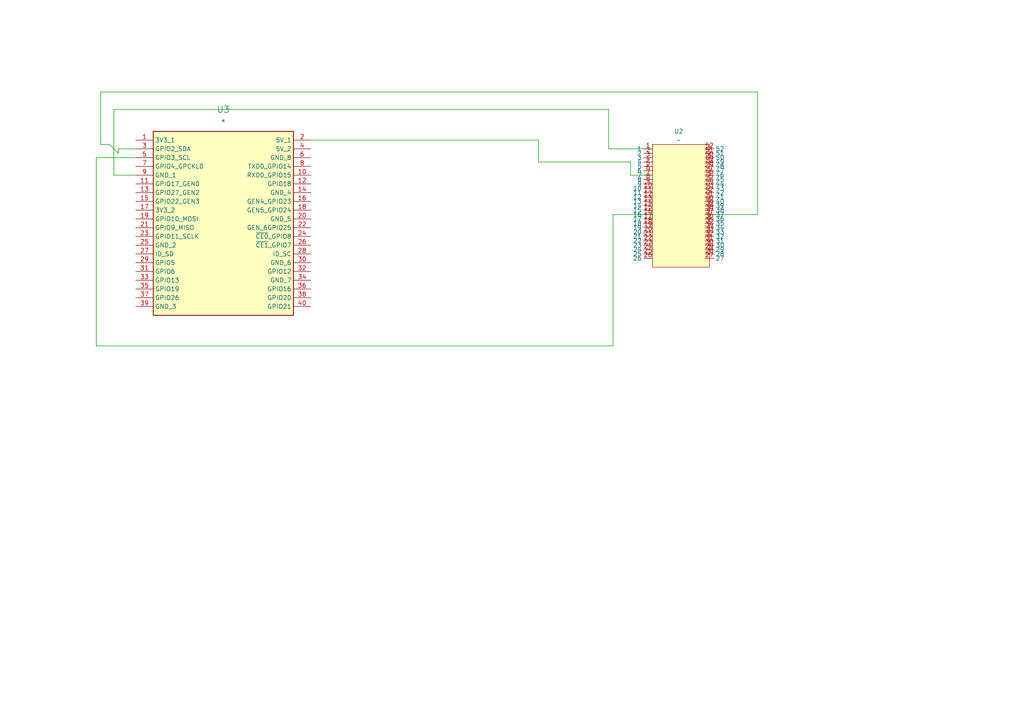
<source format=kicad_sch>
(kicad_sch (version 20231120) (generator "eeschema") (generator_version "8.0")
  (paper "A4")
  (lib_symbols
    (symbol "New_Symbol_Library_0:ADA3708"
      (property "Reference" "U" (at -1.27 1.27 0))
      (property "Value" "*" (at -1.27 -3.81 0))
      (symbol "ADA3708_1_0"
        (rectangle (start -20.32 25.4) (end 20.32 -27.94) (stroke (width 0.254) (color 128 0 0 1)) (fill (type background)))
        (pin power_in line (at -25.4 22.86 0) (length 5.08) (name "3V3_1") (number "1"))
        (pin bidirectional line (at 25.4 12.7 180) (length 5.08) (name "RXD0_GPIO15") (number "10"))
        (pin bidirectional line (at -25.4 10.16 0) (length 5.08) (name "GPIO17_GEN0") (number "11"))
        (pin bidirectional line (at 25.4 10.16 180) (length 5.08) (name "GPIO18") (number "12"))
        (pin bidirectional line (at -25.4 7.62 0) (length 5.08) (name "GPIO27_GEN2") (number "13"))
        (pin power_in line (at 25.4 7.62 180) (length 5.08) (name "GND_4") (number "14"))
        (pin bidirectional line (at -25.4 5.08 0) (length 5.08) (name "GPIO22_GEN3") (number "15"))
        (pin bidirectional line (at 25.4 5.08 180) (length 5.08) (name "GEN4_GPIO23") (number "16"))
        (pin power_in line (at -25.4 2.54 0) (length 5.08) (name "3V3_2") (number "17"))
        (pin bidirectional line (at 25.4 2.54 180) (length 5.08) (name "GEN5_GPIO24") (number "18"))
        (pin bidirectional line (at -25.4 0 0) (length 5.08) (name "GPIO10_MOSI") (number "19"))
        (pin power_in line (at 25.4 22.86 180) (length 5.08) (name "5V_1") (number "2"))
        (pin power_in line (at 25.4 0 180) (length 5.08) (name "GND_5") (number "20"))
        (pin bidirectional line (at -25.4 -2.54 0) (length 5.08) (name "GPIO9_MISO") (number "21"))
        (pin bidirectional line (at 25.4 -2.54 180) (length 5.08) (name "GEN_6GPIO25") (number "22"))
        (pin bidirectional line (at -25.4 -5.08 0) (length 5.08) (name "GPIO11_SCLK") (number "23"))
        (pin bidirectional line (at 25.4 -5.08 180) (length 5.08) (name "~{CE0}_GPIO8") (number "24"))
        (pin power_in line (at -25.4 -7.62 0) (length 5.08) (name "GND_2") (number "25"))
        (pin bidirectional line (at 25.4 -7.62 180) (length 5.08) (name "~{CE1}_GPIO7") (number "26"))
        (pin bidirectional line (at -25.4 -10.16 0) (length 5.08) (name "ID_SD") (number "27"))
        (pin bidirectional line (at 25.4 -10.16 180) (length 5.08) (name "ID_SC") (number "28"))
        (pin bidirectional line (at -25.4 -12.7 0) (length 5.08) (name "GPIO5") (number "29"))
        (pin bidirectional line (at -25.4 20.32 0) (length 5.08) (name "GPIO2_SDA") (number "3"))
        (pin power_in line (at 25.4 -12.7 180) (length 5.08) (name "GND_6") (number "30"))
        (pin bidirectional line (at -25.4 -15.24 0) (length 5.08) (name "GPIO6") (number "31"))
        (pin bidirectional line (at 25.4 -15.24 180) (length 5.08) (name "GPIO12") (number "32"))
        (pin bidirectional line (at -25.4 -17.78 0) (length 5.08) (name "GPIO13") (number "33"))
        (pin power_in line (at 25.4 -17.78 180) (length 5.08) (name "GND_7") (number "34"))
        (pin bidirectional line (at -25.4 -20.32 0) (length 5.08) (name "GPIO19") (number "35"))
        (pin bidirectional line (at 25.4 -20.32 180) (length 5.08) (name "GPIO16") (number "36"))
        (pin bidirectional line (at -25.4 -22.86 0) (length 5.08) (name "GPIO26") (number "37"))
        (pin bidirectional line (at 25.4 -22.86 180) (length 5.08) (name "GPIO20") (number "38"))
        (pin power_in line (at -25.4 -25.4 0) (length 5.08) (name "GND_3") (number "39"))
        (pin power_in line (at 25.4 20.32 180) (length 5.08) (name "5V_2") (number "4"))
        (pin bidirectional line (at 25.4 -25.4 180) (length 5.08) (name "GPIO21") (number "40"))
        (pin bidirectional line (at -25.4 17.78 0) (length 5.08) (name "GPIO3_SCL") (number "5"))
        (pin power_in line (at 25.4 17.78 180) (length 5.08) (name "GND_8") (number "6"))
        (pin bidirectional line (at -25.4 15.24 0) (length 5.08) (name "GPIO4_GPCKL0") (number "7"))
        (pin bidirectional line (at 25.4 15.24 180) (length 5.08) (name "TXD0_GPIO14") (number "8"))
        (pin power_in line (at -25.4 12.7 0) (length 5.08) (name "GND_1") (number "9"))
      )
    )
    (symbol "New_Symbol_Library_0:esat-header"
      (property "Reference" "U" (at 0 0 0))
      (symbol "esat-header_1_1"
        (rectangle (start 13.97 3.81) (end 30.48 -31.75) (fill (type background)))
        (pin input line (at 13.97 2.54 180) (length 2.54) (name "1") (number "1"))
        (pin free line (at 13.97 -8.89 180) (length 2.54) (name "10") (number "10"))
        (pin free line (at 13.97 -10.16 180) (length 2.54) (name "11") (number "11"))
        (pin free line (at 13.97 -11.43 180) (length 2.54) (name "12") (number "12"))
        (pin free line (at 13.97 -12.7 180) (length 2.54) (name "13") (number "13"))
        (pin free line (at 13.97 -13.97 180) (length 2.54) (name "14") (number "14"))
        (pin free line (at 13.97 -15.24 180) (length 2.54) (name "15") (number "15"))
        (pin free line (at 13.97 -16.51 180) (length 2.54) (name "16") (number "16"))
        (pin free line (at 13.97 -17.78 180) (length 2.54) (name "17") (number "17"))
        (pin free line (at 13.97 -19.05 180) (length 2.54) (name "18") (number "18"))
        (pin free line (at 13.97 -20.32 180) (length 2.54) (name "19") (number "19"))
        (pin free line (at 13.97 1.27 180) (length 2.54) (name "2") (number "2"))
        (pin free line (at 13.97 -21.59 180) (length 2.54) (name "20") (number "20"))
        (pin free line (at 13.97 -22.86 180) (length 2.54) (name "21") (number "21"))
        (pin free line (at 13.97 -24.13 180) (length 2.54) (name "22") (number "22"))
        (pin free line (at 13.97 -25.4 180) (length 2.54) (name "23") (number "23"))
        (pin free line (at 13.97 -26.67 180) (length 2.54) (name "24") (number "24"))
        (pin input line (at 13.97 -27.94 180) (length 2.54) (name "25") (number "25"))
        (pin free line (at 13.97 -29.21 180) (length 2.54) (name "26") (number "26"))
        (pin input line (at 29.21 -29.21 0) (length 2.54) (name "27") (number "27"))
        (pin input line (at 29.21 -27.94 0) (length 2.54) (name "28") (number "28"))
        (pin free line (at 29.21 -26.67 0) (length 2.54) (name "29") (number "29"))
        (pin free line (at 13.97 0 180) (length 2.54) (name "3") (number "3"))
        (pin free line (at 29.21 -25.4 0) (length 2.54) (name "30") (number "30"))
        (pin free line (at 29.21 -24.13 0) (length 2.54) (name "31") (number "31"))
        (pin free line (at 29.21 -22.86 0) (length 2.54) (name "32") (number "32"))
        (pin free line (at 29.21 -21.59 0) (length 2.54) (name "33") (number "33"))
        (pin free line (at 29.21 -20.32 0) (length 2.54) (name "34") (number "34"))
        (pin free line (at 29.21 -19.05 0) (length 2.54) (name "35") (number "35"))
        (pin free line (at 29.21 -17.78 0) (length 2.54) (name "36") (number "36"))
        (pin free line (at 29.21 -16.51 0) (length 2.54) (name "37") (number "37"))
        (pin free line (at 29.21 -15.24 0) (length 2.54) (name "38") (number "38"))
        (pin free line (at 29.21 -13.97 0) (length 2.54) (name "39") (number "39"))
        (pin free line (at 13.97 -1.27 180) (length 2.54) (name "4") (number "4"))
        (pin free line (at 29.21 -12.7 0) (length 2.54) (name "40") (number "40"))
        (pin free line (at 29.21 -11.43 0) (length 2.54) (name "41") (number "41"))
        (pin free line (at 29.21 -10.16 0) (length 2.54) (name "42") (number "42"))
        (pin free line (at 29.21 -8.89 0) (length 2.54) (name "43") (number "43"))
        (pin free line (at 29.21 -7.62 0) (length 2.54) (name "44") (number "44"))
        (pin free line (at 29.21 -6.35 0) (length 2.54) (name "45") (number "45"))
        (pin free line (at 29.21 -5.08 0) (length 2.54) (name "46") (number "46"))
        (pin free line (at 29.21 -3.81 0) (length 2.54) (name "47") (number "47"))
        (pin free line (at 29.21 -2.54 0) (length 2.54) (name "48") (number "48"))
        (pin free line (at 29.21 -1.27 0) (length 2.54) (name "49") (number "49"))
        (pin free line (at 13.97 -2.54 180) (length 2.54) (name "5") (number "5"))
        (pin free line (at 29.21 0 0) (length 2.54) (name "50") (number "50"))
        (pin input line (at 29.21 1.27 0) (length 2.54) (name "51") (number "51"))
        (pin free line (at 29.21 2.54 0) (length 2.54) (name "52") (number "52"))
        (pin free line (at 13.97 -3.81 180) (length 2.54) (name "6") (number "6"))
        (pin output line (at 13.97 -5.08 180) (length 2.54) (name "7") (number "7"))
        (pin free line (at 13.97 -6.35 180) (length 2.54) (name "8") (number "8"))
        (pin free line (at 13.97 -7.62 180) (length 2.54) (name "9") (number "9"))
      )
    )
  )
  (bus_entry (at 31.75 41.91) (size 2.54 2.54))
  (wire (pts (xy 219.71 62.23) (xy 219.71 26.67)))
  (wire (pts (xy 176.53 43.18) (xy 189.23 43.18)))
  (wire (pts (xy 182.88 50.8) (xy 189.23 50.8)))
  (wire (pts (xy 34.29 43.18) (xy 34.29 44.45)))
  (wire (pts (xy 39.37 43.18) (xy 34.29 43.18)))
  (wire (pts (xy 156.21 46.99) (xy 156.21 40.64)))
  (wire (pts (xy 90.17 40.64) (xy 156.21 40.64)))
  (wire (pts (xy 33.02 31.75) (xy 33.02 50.8)))
  (wire (pts (xy 219.71 26.67) (xy 29.21 26.67)))
  (wire (pts (xy 39.37 45.72) (xy 27.94 45.72)))
  (wire (pts (xy 27.94 100.33) (xy 177.8 100.33)))
  (wire (pts (xy 176.53 31.75) (xy 176.53 43.18)))
  (wire (pts (xy 182.88 46.99) (xy 156.21 46.99)))
  (wire (pts (xy 182.88 46.99) (xy 182.88 50.8)))
  (wire (pts (xy 27.94 45.72) (xy 27.94 100.33)))
  (wire (pts (xy 31.75 41.91) (xy 29.21 41.91)))
  (wire (pts (xy 33.02 50.8) (xy 39.37 50.8)))
  (wire (pts (xy 33.02 31.75) (xy 176.53 31.75)))
  (wire (pts (xy 177.8 62.23) (xy 189.23 62.23)))
  (wire (pts (xy 204.47 62.23) (xy 219.71 62.23)))
  (wire (pts (xy 177.8 100.33) (xy 177.8 62.23)))
  (wire (pts (xy 29.21 26.67) (xy 29.21 41.91)))
  (symbol (lib_id "New_Symbol_Library_0:esat-header") (at 175.26 45.72 0) (unit 1)
    (property "Reference" "U2" (at 196.85 38.1 0))
    (property "Value" "~" (at 196.85 40.64 0))
    (property "Footprint" "Library_0:Esat-Header_2x26" (effects (hide yes)))
  )
  (symbol (lib_id "New_Symbol_Library_0:ADA3708") (at 64.77 63.5 0) (unit 1)
    (property "Reference" "U3" (at 64.77 31.75 0) (effects (font (size 1.8288 1.8288))))
    (property "Value" "*" (at 64.77 35.56 0) (effects (font (size 1.8288 1.8288))))
    (property "Footprint" "Library_0:rasebperry-pi-zero" (effects (hide yes)))
    (property "Description" "Raspberry Pi Zero WH (Zero W with Headers)" (effects (hide yes)))
    (property "SNAPEDA_LINK" "https://www.snapeda.com/parts/ADA3708/Adafruit+Industries+LLC/view-part/?ref=snap" (effects (hide yes)))
    (property "PACKAGE" "None" (effects (hide yes)))
    (property "ALTIUM_VALUE" "*" (effects (hide yes)))
    (property "MF" "Adafruit Industries" (effects (hide yes)))
    (property "MP" "ADA3708" (effects (hide yes)))
    (property "CHECK_PRICES" "https://www.snapeda.com/parts/ADA3708/Adafruit+Industries+LLC/view-part/?ref=eda" (effects (hide yes)))
  )
)
</source>
